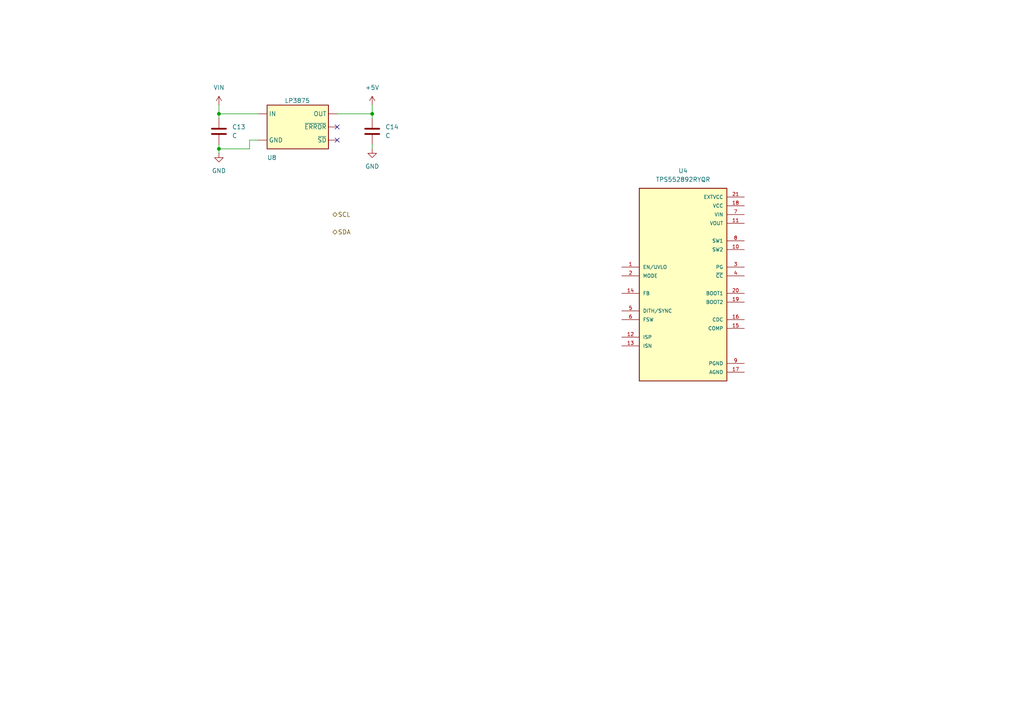
<source format=kicad_sch>
(kicad_sch (version 20230121) (generator eeschema)
  (paper "A4")
  (lib_symbols
    (symbol "DW_custom_symbols:LP3875" (pin_numbers hide)
      (property "Reference" "U" (at -8.89 8.89 0))
      (property "Value" "LP3875" (at 0 7.62 0))
      (symbol "LP3875_1_1"
        (rectangle (start -8.89 6.35) (end 8.89 -6.35) (stroke (width 0.254)) (fill (type background)))
        (pin input line (at 11.43 -3.81 180) (length 2.54) (name "~{SD}") (number ""))
        (pin power_in line (at -11.43 3.81 0) (length 2.54) (name "IN") (number "2"))
        (pin power_in line (at -11.43 -3.81 0) (length 2.54) (name "GND") (number "3"))
        (pin power_in line (at 11.43 3.81 180) (length 2.54) (name "OUT") (number "4"))
        (pin output line (at 11.43 0 180) (length 2.54) (name "~{ERROR}") (number "5"))
      )
    )
    (symbol "DW_custom_symbols:TPS552892RYQR" (pin_names (offset 1.016))
      (property "Reference" "U" (at -12.7 30.48 0))
      (property "Value" "TPS552892RYQR" (at -12.7 -30.48 0))
      (symbol "TPS552892RYQR_0_0"
        (rectangle (start -12.7 -27.94) (end 12.7 27.94) (stroke (width 0.254)) (fill (type background)))
        (pin input line (at -17.78 5.08 0) (length 5.08) (name "EN/UVLO") (number "1"))
        (pin power_in line (at 17.78 10.16 180) (length 5.08) (name "SW2") (number "10"))
        (pin power_in line (at 17.78 17.78 180) (length 5.08) (name "VOUT") (number "11"))
        (pin input line (at -17.78 -15.24 0) (length 5.08) (name "ISP") (number "12"))
        (pin input line (at -17.78 -17.78 0) (length 5.08) (name "ISN") (number "13"))
        (pin input line (at -17.78 -2.54 0) (length 5.08) (name "FB") (number "14"))
        (pin output line (at 17.78 -12.7 180) (length 5.08) (name "COMP") (number "15"))
        (pin output line (at 17.78 -10.16 180) (length 5.08) (name "CDC") (number "16"))
        (pin power_in line (at 17.78 -25.4 180) (length 5.08) (name "AGND") (number "17"))
        (pin power_in line (at 17.78 22.86 180) (length 5.08) (name "VCC") (number "18"))
        (pin output line (at 17.78 -5.08 180) (length 5.08) (name "BOOT2") (number "19"))
        (pin input line (at -17.78 2.54 0) (length 5.08) (name "MODE") (number "2"))
        (pin output line (at 17.78 -2.54 180) (length 5.08) (name "BOOT1") (number "20"))
        (pin power_in line (at 17.78 25.4 180) (length 5.08) (name "EXTVCC") (number "21"))
        (pin output line (at 17.78 5.08 180) (length 5.08) (name "PG") (number "3"))
        (pin output line (at 17.78 2.54 180) (length 5.08) (name "~{CC}") (number "4"))
        (pin input line (at -17.78 -7.62 0) (length 5.08) (name "DITH/SYNC") (number "5"))
        (pin input line (at -17.78 -10.16 0) (length 5.08) (name "FSW") (number "6"))
        (pin power_in line (at 17.78 20.32 180) (length 5.08) (name "VIN") (number "7"))
        (pin power_in line (at 17.78 12.7 180) (length 5.08) (name "SW1") (number "8"))
        (pin power_in line (at 17.78 -22.86 180) (length 5.08) (name "PGND") (number "9"))
      )
    )
    (symbol "DW_custom_symbols:VIN" (power) (pin_names (offset 0))
      (property "Value" "VIN" (at 0 6.35 0))
      (symbol "VIN_0_1"
        (polyline (pts (xy -0.762 1.27) (xy 0 2.54)))
        (polyline (pts (xy 0 0) (xy 0 2.54)))
        (polyline (pts (xy 0 2.54) (xy 0.762 1.27)))
      )
      (symbol "VIN_1_1"
        (pin power_in line (at 0 0 90) (length 0) hide (name "VIN") (number "1"))
      )
    )
    (symbol "Device:C" (pin_numbers hide) (pin_names (offset 0.254))
      (property "Reference" "C" (at 0.635 2.54 0))
      (property "Value" "C" (at 0.635 -2.54 0))
      (symbol "C_0_1"
        (polyline (pts (xy -2.032 -0.762) (xy 2.032 -0.762)) (stroke (width 0.508)))
        (polyline (pts (xy -2.032 0.762) (xy 2.032 0.762)) (stroke (width 0.508)))
      )
      (symbol "C_1_1"
        (pin passive line (at 0 3.81 270) (length 2.794) (name "~") (number "1"))
        (pin passive line (at 0 -3.81 90) (length 2.794) (name "~") (number "2"))
      )
    )
    (symbol "power:+5V" (power) (pin_names (offset 0))
      (property "Value" "+5V" (at 0 3.556 0))
      (symbol "+5V_0_1"
        (polyline (pts (xy -0.762 1.27) (xy 0 2.54)))
        (polyline (pts (xy 0 0) (xy 0 2.54)))
        (polyline (pts (xy 0 2.54) (xy 0.762 1.27)))
      )
      (symbol "+5V_1_1"
        (pin power_in line (at 0 0 90) (length 0) hide (name "+5V") (number "1"))
      )
    )
    (symbol "power:GND" (power) (pin_names (offset 0))
      (property "Value" "GND" (at 0 -3.81 0))
      (symbol "GND_0_1"
        (polyline (pts (xy 0 0) (xy 0 -1.27) (xy 1.27 -1.27) (xy 0 -2.54) (xy -1.27 -1.27) (xy 0 -1.27)))
      )
      (symbol "GND_1_1"
        (pin power_in line (at 0 0 270) (length 0) hide (name "GND") (number "1"))
      )
    )
  )
  (junction (at 107.95 33.02))
  (junction (at 63.5 33.02))
  (junction (at 63.5 43.18))
  (no_connect (at 97.79 36.83))
  (no_connect (at 97.79 40.64))
  (wire (pts (xy 63.5 33.02) (xy 63.5 34.29)))
  (wire (pts (xy 97.79 33.02) (xy 107.95 33.02)))
  (wire (pts (xy 63.5 33.02) (xy 74.93 33.02)))
  (wire (pts (xy 74.93 40.64) (xy 72.39 40.64)))
  (wire (pts (xy 63.5 30.48) (xy 63.5 33.02)))
  (wire (pts (xy 63.5 43.18) (xy 63.5 44.45)))
  (wire (pts (xy 107.95 33.02) (xy 107.95 34.29)))
  (wire (pts (xy 72.39 43.18) (xy 63.5 43.18)))
  (wire (pts (xy 107.95 30.48) (xy 107.95 33.02)))
  (wire (pts (xy 107.95 41.91) (xy 107.95 43.18)))
  (wire (pts (xy 63.5 41.91) (xy 63.5 43.18)))
  (wire (pts (xy 72.39 40.64) (xy 72.39 43.18)))
  (hierarchical_label "SCL" (shape bidirectional) (at 96.52 62.23 0))
  (hierarchical_label "SDA" (shape bidirectional) (at 96.52 67.31 0))
  (symbol (lib_id "power:+5V") (at 107.95 30.48 0) (unit 1)
    (property "Reference" "#PWR026" (effects hide))
    (property "Value" "+5V" (at 107.95 25.4 0))
  )
  (symbol (lib_id "Device:C") (at 107.95 38.1 0) (unit 1)
    (property "Reference" "C14" (at 111.76 36.83 0) (effects (justify left)))
    (property "Value" "C" (at 111.76 39.37 0) (effects (justify left)))
  )
  (symbol (lib_id "DW_custom_symbols:TPS552892RYQR") (at 198.12 82.55 0) (unit 1)
    (property "Reference" "U4" (at 198.12 49.53 0))
    (property "Value" "TPS552892RYQR" (at 198.12 52.07 0))
    (property "Footprint" "TPS552892RYQR:CONV_TPS552892RYQR" (effects hide))
    (property "MF" "Texas Instruments" (effects hide))
    (property "MAXIMUM_PACKAGE_HEIGHT" "1.00mm" (effects hide))
    (property "Package" "None" (effects hide))
    (property "Price" "None" (effects hide))
    (property "Check_prices" "https://www.snapeda.com/parts/TPS552892RYQR/Texas+Instruments/view-part/?ref=eda" (effects hide))
    (property "STANDARD" "Manufacturer Recommendations" (effects hide))
    (property "PARTREV" "A" (effects hide))
    (property "SnapEDA_Link" "https://www.snapeda.com/parts/TPS552892RYQR/Texas+Instruments/view-part/?ref=snap" (effects hide))
    (property "MP" "TPS552892RYQR" (effects hide))
    (property "Purchase-URL" "https://www.snapeda.com/api/url_track_click_mouser/?unipart_id=13805360&manufacturer=Texas Instruments&part_name=TPS552892RYQR&search_term=tps55289" (effects hide))
    (property "Description" "\nBuck-Boost Switching Regulator IC Positive Programmable 0.8V 1 Output 5A 21-PowerVFQFN\n" (effects hide))
    (property "Availability" "In Stock" (effects hide))
    (property "MANUFACTURER" "Texas Instruments" (effects hide))
    (instances (project "cc_laser_supply_rev-B" (path "" (reference "U4") (unit 1)) (path "" (reference "U6") (unit 1)) (path "" (reference "U5") (unit 1))))
  )
  (symbol (lib_id "DW_custom_symbols:LP3875") (at 86.36 36.83 0) (unit 1)
    (property "Reference" "U8" (at 77.47 45.72 0) (effects (justify left)))
    (property "Value" "LP3875" (at 82.55 29.21 0) (effects (justify left)))
    (property "Datasheet" "https://www.ti.com/lit/ds/symlink/lp3875.pdf" (effects hide))
  )
  (symbol (lib_id "power:GND") (at 107.95 43.18 0) (unit 1)
    (property "Reference" "#PWR022" (effects hide))
    (property "Value" "GND" (at 107.95 48.26 0))
  )
  (symbol (lib_id "Device:C") (at 63.5 38.1 0) (unit 1)
    (property "Reference" "C13" (at 67.31 36.83 0) (effects (justify left)))
    (property "Value" "C" (at 67.31 39.37 0) (effects (justify left)))
  )
  (symbol (lib_id "power:GND") (at 63.5 44.45 0) (unit 1)
    (property "Reference" "#PWR019" (effects hide))
    (property "Value" "GND" (at 63.5 49.53 0))
  )
  (symbol (lib_id "DW_custom_symbols:VIN") (at 63.5 30.48 0) (unit 1)
    (property "Reference" "#PWR018" (effects hide))
    (property "Value" "VIN" (at 63.5 25.4 0))
  )
)
</source>
